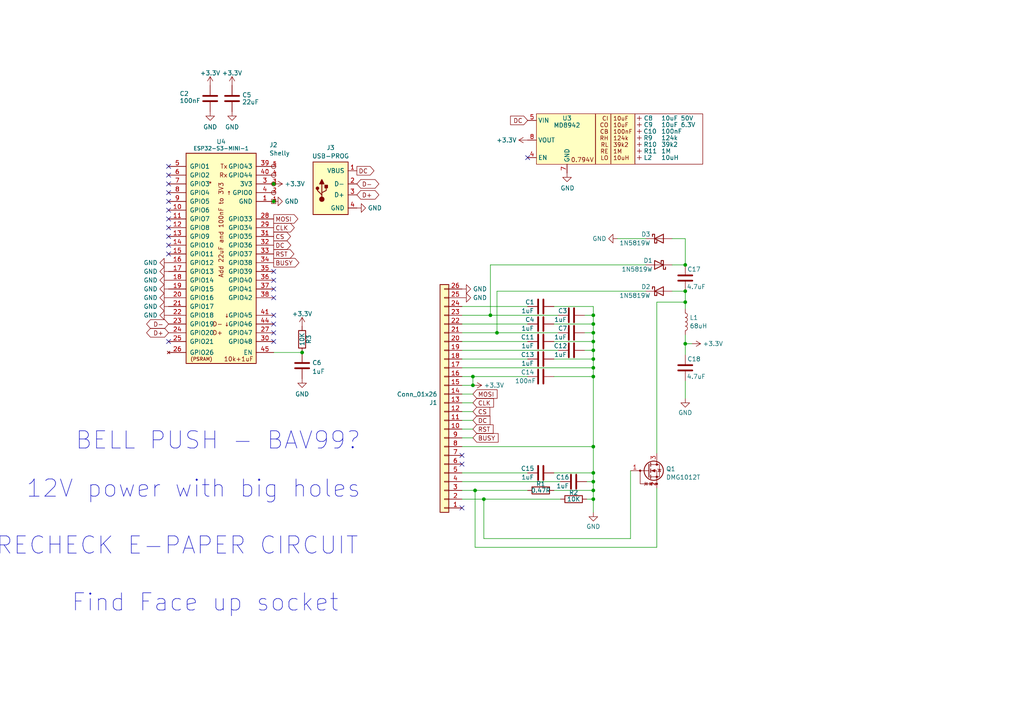
<source format=kicad_sch>
(kicad_sch (version 20230121) (generator eeschema)
  (paper "A4")
  (title_block (title "E-Paper 7.5\"") (rev "1") (comment 1 "@TheRealRevK") (comment 2 "www.me.uk"))
  (lib_symbols
    (symbol "Connector_Generic:Conn_01x26" (pin_names (offset 1.016) hide)
      (property "Reference" "J" (at 0 33.02 0))
      (property "Value" "Conn_01x26" (at 0 -35.56 0))
      (symbol "Conn_01x26_1_1"
        (rectangle (start -1.27 -32.893) (end 0 -33.147) (stroke (width 0.1524)))
        (rectangle (start -1.27 -30.353) (end 0 -30.607) (stroke (width 0.1524)))
        (rectangle (start -1.27 -27.813) (end 0 -28.067) (stroke (width 0.1524)))
        (rectangle (start -1.27 -25.273) (end 0 -25.527) (stroke (width 0.1524)))
        (rectangle (start -1.27 -22.733) (end 0 -22.987) (stroke (width 0.1524)))
        (rectangle (start -1.27 -20.193) (end 0 -20.447) (stroke (width 0.1524)))
        (rectangle (start -1.27 -17.653) (end 0 -17.907) (stroke (width 0.1524)))
        (rectangle (start -1.27 -15.113) (end 0 -15.367) (stroke (width 0.1524)))
        (rectangle (start -1.27 -12.573) (end 0 -12.827) (stroke (width 0.1524)))
        (rectangle (start -1.27 -10.033) (end 0 -10.287) (stroke (width 0.1524)))
        (rectangle (start -1.27 -7.493) (end 0 -7.747) (stroke (width 0.1524)))
        (rectangle (start -1.27 -4.953) (end 0 -5.207) (stroke (width 0.1524)))
        (rectangle (start -1.27 -2.413) (end 0 -2.667) (stroke (width 0.1524)))
        (rectangle (start -1.27 0.127) (end 0 -0.127) (stroke (width 0.1524)))
        (rectangle (start -1.27 2.667) (end 0 2.413) (stroke (width 0.1524)))
        (rectangle (start -1.27 5.207) (end 0 4.953) (stroke (width 0.1524)))
        (rectangle (start -1.27 7.747) (end 0 7.493) (stroke (width 0.1524)))
        (rectangle (start -1.27 10.287) (end 0 10.033) (stroke (width 0.1524)))
        (rectangle (start -1.27 12.827) (end 0 12.573) (stroke (width 0.1524)))
        (rectangle (start -1.27 15.367) (end 0 15.113) (stroke (width 0.1524)))
        (rectangle (start -1.27 17.907) (end 0 17.653) (stroke (width 0.1524)))
        (rectangle (start -1.27 20.447) (end 0 20.193) (stroke (width 0.1524)))
        (rectangle (start -1.27 22.987) (end 0 22.733) (stroke (width 0.1524)))
        (rectangle (start -1.27 25.527) (end 0 25.273) (stroke (width 0.1524)))
        (rectangle (start -1.27 28.067) (end 0 27.813) (stroke (width 0.1524)))
        (rectangle (start -1.27 30.607) (end 0 30.353) (stroke (width 0.1524)))
        (rectangle (start -1.27 31.75) (end 1.27 -34.29) (stroke (width 0.254)) (fill (type background)))
        (pin passive line (at -5.08 30.48 0) (length 3.81) (name "Pin_1") (number "1"))
        (pin passive line (at -5.08 7.62 0) (length 3.81) (name "Pin_10") (number "10"))
        (pin passive line (at -5.08 5.08 0) (length 3.81) (name "Pin_11") (number "11"))
        (pin passive line (at -5.08 2.54 0) (length 3.81) (name "Pin_12") (number "12"))
        (pin passive line (at -5.08 0 0) (length 3.81) (name "Pin_13") (number "13"))
        (pin passive line (at -5.08 -2.54 0) (length 3.81) (name "Pin_14") (number "14"))
        (pin passive line (at -5.08 -5.08 0) (length 3.81) (name "Pin_15") (number "15"))
        (pin passive line (at -5.08 -7.62 0) (length 3.81) (name "Pin_16") (number "16"))
        (pin passive line (at -5.08 -10.16 0) (length 3.81) (name "Pin_17") (number "17"))
        (pin passive line (at -5.08 -12.7 0) (length 3.81) (name "Pin_18") (number "18"))
        (pin passive line (at -5.08 -15.24 0) (length 3.81) (name "Pin_19") (number "19"))
        (pin passive line (at -5.08 27.94 0) (length 3.81) (name "Pin_2") (number "2"))
        (pin passive line (at -5.08 -17.78 0) (length 3.81) (name "Pin_20") (number "20"))
        (pin passive line (at -5.08 -20.32 0) (length 3.81) (name "Pin_21") (number "21"))
        (pin passive line (at -5.08 -22.86 0) (length 3.81) (name "Pin_22") (number "22"))
        (pin passive line (at -5.08 -25.4 0) (length 3.81) (name "Pin_23") (number "23"))
        (pin passive line (at -5.08 -27.94 0) (length 3.81) (name "Pin_24") (number "24"))
        (pin passive line (at -5.08 -30.48 0) (length 3.81) (name "Pin_25") (number "25"))
        (pin passive line (at -5.08 -33.02 0) (length 3.81) (name "Pin_26") (number "26"))
        (pin passive line (at -5.08 25.4 0) (length 3.81) (name "Pin_3") (number "3"))
        (pin passive line (at -5.08 22.86 0) (length 3.81) (name "Pin_4") (number "4"))
        (pin passive line (at -5.08 20.32 0) (length 3.81) (name "Pin_5") (number "5"))
        (pin passive line (at -5.08 17.78 0) (length 3.81) (name "Pin_6") (number "6"))
        (pin passive line (at -5.08 15.24 0) (length 3.81) (name "Pin_7") (number "7"))
        (pin passive line (at -5.08 12.7 0) (length 3.81) (name "Pin_8") (number "8"))
        (pin passive line (at -5.08 10.16 0) (length 3.81) (name "Pin_9") (number "9"))
      )
    )
    (symbol "Device:C" (pin_numbers hide) (pin_names (offset 0.254))
      (property "Reference" "C" (at 0.635 2.54 0))
      (property "Value" "C" (at 0.635 -2.54 0))
      (symbol "C_0_1"
        (polyline (pts (xy -2.032 -0.762) (xy 2.032 -0.762)) (stroke (width 0.508)))
        (polyline (pts (xy -2.032 0.762) (xy 2.032 0.762)) (stroke (width 0.508)))
      )
      (symbol "C_1_1"
        (pin passive line (at 0 3.81 270) (length 2.794) (name "~") (number "1"))
        (pin passive line (at 0 -3.81 90) (length 2.794) (name "~") (number "2"))
      )
    )
    (symbol "Device:L" (pin_numbers hide) (pin_names (offset 1.016) hide)
      (property "Reference" "L" (at -1.27 0 90))
      (property "Value" "L" (at 1.905 0 90))
      (symbol "L_0_1"
        (arc (start 0 -2.54) (mid 0.6323 -1.905) (end 0 -1.27))
        (arc (start 0 -1.27) (mid 0.6323 -0.635) (end 0 0))
        (arc (start 0 0) (mid 0.6323 0.635) (end 0 1.27))
        (arc (start 0 1.27) (mid 0.6323 1.905) (end 0 2.54))
      )
      (symbol "L_1_1"
        (pin passive line (at 0 3.81 270) (length 1.27) (name "1") (number "1"))
        (pin passive line (at 0 -3.81 90) (length 1.27) (name "2") (number "2"))
      )
    )
    (symbol "Device:R" (pin_numbers hide) (pin_names (offset 0))
      (property "Reference" "R" (at 2.032 0 90))
      (property "Value" "R" (at 0 0 90))
      (symbol "R_0_1"
        (rectangle (start -1.016 -2.54) (end 1.016 2.54) (stroke (width 0.254)))
      )
      (symbol "R_1_1"
        (pin passive line (at 0 3.81 270) (length 1.27) (name "~") (number "1"))
        (pin passive line (at 0 -3.81 90) (length 1.27) (name "~") (number "2"))
      )
    )
    (symbol "Diode:1N5819" (pin_numbers hide) (pin_names (offset 1.016) hide)
      (property "Reference" "D" (at 0 2.54 0))
      (property "Value" "1N5819" (at 0 -2.54 0))
      (symbol "1N5819_0_1"
        (polyline (pts (xy 1.27 0) (xy -1.27 0)))
        (polyline (pts (xy 1.27 1.27) (xy 1.27 -1.27) (xy -1.27 0) (xy 1.27 1.27)) (stroke (width 0.254)))
        (polyline (pts (xy -1.905 0.635) (xy -1.905 1.27) (xy -1.27 1.27) (xy -1.27 -1.27) (xy -0.635 -1.27) (xy -0.635 -0.635)) (stroke (width 0.254)))
      )
      (symbol "1N5819_1_1"
        (pin passive line (at -3.81 0 0) (length 2.54) (name "K") (number "1"))
        (pin passive line (at 3.81 0 180) (length 2.54) (name "A") (number "2"))
      )
    )
    (symbol "RevK:ESP32-S3-MINI-1-N4R2" (pin_names (offset 1.016))
      (property "Reference" "U" (at 0 27.94 0))
      (property "Value" "ESP32-S3-MINI-1-N4R2" (at 0 31.115 0))
      (symbol "ESP32-S3-MINI-1-N4R2_0_0"
        (rectangle (start -10.16 30.48) (end 10.16 -30.48) (stroke (width 0.254)) (fill (type background)))
      )
      (symbol "ESP32-S3-MINI-1-N4R2_1_1"
        (text "(PSRAM)" (at -5.715 -29.21 0) (effects (font (size 1 1))))
        (text "*" (at -3.175 21.59 0) (effects (font (size 1.27 1.27))))
        (text "10k+1uF" (at 5.08 -29.21 0) (effects (font (size 1.27 1.27))))
        (text "Add 22uF and 100nF to 3V3" (at 0 8.255 900) (effects (font (size 1.27 1.27))))
        (text "D+" (at -2.54 -21.59 0) (effects (font (size 1.27 1.27)) (justify left)))
        (text "D-" (at -2.54 -19.05 0) (effects (font (size 1.27 1.27)) (justify left)))
        (text "Rx" (at 1.905 24.13 0) (effects (font (size 1.27 1.27)) (justify right)))
        (text "Tx" (at 1.905 26.67 0) (effects (font (size 1.27 1.27)) (justify right)))
        (text "↑" (at 3.175 19.05 0) (effects (font (size 1.27 1.27)) (justify right)))
        (text "↓" (at 2.54 -19.05 0) (effects (font (size 1.27 1.27)) (justify right)))
        (text "↓" (at 2.54 -16.51 0) (effects (font (size 1.27 1.27)) (justify right)))
        (pin power_in line (at 15.24 16.51 180) (length 5.08) (name "GND") (number "1"))
        (pin passive line (at -15.24 13.97 0) (length 5.08) (name "GPIO6") (number "10"))
        (pin passive line (at -15.24 11.43 0) (length 5.08) (name "GPIO7") (number "11"))
        (pin passive line (at -15.24 8.89 0) (length 5.08) (name "GPIO8") (number "12"))
        (pin passive line (at -15.24 6.35 0) (length 5.08) (name "GPIO9") (number "13"))
        (pin passive line (at -15.24 3.81 0) (length 5.08) (name "GPIO10") (number "14"))
        (pin passive line (at -15.24 1.27 0) (length 5.08) (name "GPIO11") (number "15"))
        (pin passive line (at -15.24 -1.27 0) (length 5.08) (name "GPIO12") (number "16"))
        (pin passive line (at -15.24 -3.81 0) (length 5.08) (name "GPIO13") (number "17"))
        (pin passive line (at -15.24 -6.35 0) (length 5.08) (name "GPIO14") (number "18"))
        (pin passive line (at -15.24 -8.89 0) (length 5.08) (name "GPIO15") (number "19"))
        (pin power_in line (at 15.24 16.51 180) (length 5.08) hide (name "GND") (number "2"))
        (pin passive line (at -15.24 -11.43 0) (length 5.08) (name "GPIO16") (number "20"))
        (pin passive line (at -15.24 -13.97 0) (length 5.08) (name "GPIO17") (number "21"))
        (pin passive line (at -15.24 -16.51 0) (length 5.08) (name "GPIO18") (number "22"))
        (pin passive line (at -15.24 -19.05 0) (length 5.08) (name "GPIO19") (number "23"))
        (pin passive line (at -15.24 -21.59 0) (length 5.08) (name "GPIO20") (number "24"))
        (pin passive line (at -15.24 -24.13 0) (length 5.08) (name "GPIO21") (number "25"))
        (pin no_connect line (at -15.24 -27.305 0) (length 5.08) (name "GPIO26") (number "26"))
        (pin passive line (at 15.24 -21.59 180) (length 5.08) (name "GPIO47") (number "27"))
        (pin passive line (at 15.24 11.43 180) (length 5.08) (name "GPIO33") (number "28"))
        (pin passive line (at 15.24 8.89 180) (length 5.08) (name "GPIO34") (number "29"))
        (pin power_in line (at 15.24 21.59 180) (length 5.08) (name "3V3") (number "3"))
        (pin passive line (at 15.24 -24.13 180) (length 5.08) (name "GPIO48") (number "30"))
        (pin passive line (at 15.24 6.35 180) (length 5.08) (name "GPIO35") (number "31"))
        (pin passive line (at 15.24 3.81 180) (length 5.08) (name "GPIO36") (number "32"))
        (pin passive line (at 15.24 1.27 180) (length 5.08) (name "GPIO37") (number "33"))
        (pin passive line (at 15.24 -1.27 180) (length 5.08) (name "GPIO38") (number "34"))
        (pin passive line (at 15.24 -3.81 180) (length 5.08) (name "GPIO39") (number "35"))
        (pin passive line (at 15.24 -6.35 180) (length 5.08) (name "GPIO40") (number "36"))
        (pin passive line (at 15.24 -8.89 180) (length 5.08) (name "GPIO41") (number "37"))
        (pin passive line (at 15.24 -11.43 180) (length 5.08) (name "GPIO42") (number "38"))
        (pin passive line (at 15.24 26.67 180) (length 5.08) (name "GPIO43") (number "39"))
        (pin passive line (at 15.24 19.05 180) (length 5.08) (name "GPIO0") (number "4"))
        (pin passive line (at 15.24 24.13 180) (length 5.08) (name "GPIO44") (number "40"))
        (pin passive line (at 15.24 -16.51 180) (length 5.08) (name "GPIO45") (number "41"))
        (pin power_in line (at 15.24 16.51 180) (length 5.08) hide (name "GND") (number "42"))
        (pin power_in line (at 15.24 16.51 180) (length 5.08) hide (name "GND") (number "43"))
        (pin passive line (at 15.24 -19.05 180) (length 5.08) (name "GPIO46") (number "44"))
        (pin input line (at 15.24 -27.305 180) (length 5.08) (name "EN") (number "45"))
        (pin power_in line (at 15.24 16.51 180) (length 5.08) hide (name "GND") (number "46"))
        (pin power_in line (at 15.24 16.51 180) (length 5.08) hide (name "GND") (number "47"))
        (pin power_in line (at 15.24 16.51 180) (length 5.08) hide (name "GND") (number "48"))
        (pin power_in line (at 15.24 16.51 180) (length 5.08) hide (name "GND") (number "49"))
        (pin passive line (at -15.24 26.67 0) (length 5.08) (name "GPIO1") (number "5"))
        (pin power_in line (at 15.24 16.51 180) (length 5.08) hide (name "GND") (number "50"))
        (pin power_in line (at 15.24 16.51 180) (length 5.08) hide (name "GND") (number "51"))
        (pin power_in line (at 15.24 16.51 180) (length 5.08) hide (name "GND") (number "52"))
        (pin power_in line (at 15.24 16.51 180) (length 5.08) hide (name "GND") (number "53"))
        (pin power_in line (at 15.24 16.51 180) (length 5.08) hide (name "GND") (number "54"))
        (pin power_in line (at 15.24 16.51 180) (length 5.08) hide (name "GND") (number "55"))
        (pin power_in line (at 15.24 16.51 180) (length 5.08) hide (name "GND") (number "56"))
        (pin power_in line (at 15.24 16.51 180) (length 5.08) hide (name "GND") (number "57"))
        (pin power_in line (at 15.24 16.51 180) (length 5.08) hide (name "GND") (number "58"))
        (pin power_in line (at 15.24 16.51 180) (length 5.08) hide (name "GND") (number "59"))
        (pin passive line (at -15.24 24.13 0) (length 5.08) (name "GPIO2") (number "6"))
        (pin power_in line (at 15.24 16.51 180) (length 5.08) hide (name "GND") (number "60"))
        (pin power_in line (at 15.24 16.51 180) (length 5.08) hide (name "GND") (number "61"))
        (pin power_in line (at 15.24 16.51 180) (length 5.08) hide (name "GND") (number "62"))
        (pin power_in line (at 15.24 16.51 180) (length 5.08) hide (name "GND") (number "63"))
        (pin power_in line (at 15.24 16.51 180) (length 5.08) hide (name "GND") (number "64"))
        (pin power_in line (at 15.24 16.51 180) (length 5.08) hide (name "GND") (number "65"))
        (pin passive line (at -15.24 21.59 0) (length 5.08) (name "GPIO3") (number "7"))
        (pin passive line (at -15.24 19.05 0) (length 5.08) (name "GPIO4") (number "8"))
        (pin passive line (at -15.24 16.51 0) (length 5.08) (name "GPIO5") (number "9"))
      )
    )
    (symbol "RevK:Hidden" (pin_names (offset 1.016)) (in_bom no)
      (property "Reference" "Z" (at 0.635 0 0))
      (property "Value" "Hidden" (at 4.445 0 0))
      (symbol "Hidden_0_1"
        (polyline (pts (xy -0.635 0) (xy 0.635 0)) (stroke (width 0.1524)))
        (polyline (pts (xy 0 0.635) (xy 0 -0.635)) (stroke (width 0.1524)))
      )
    )
    (symbol "RevK:MD89420-RegBlock"
      (property "Reference" "U" (at -0.635 4.445 0))
      (property "Value" "MD8942" (at 0 6.35 0))
      (symbol "MD89420-RegBlock_1_1"
        (rectangle (start -8.89 7.62) (end 8.255 -6.985) (fill (type background)))
        (rectangle (start 8.255 7.62) (end 12.7 -6.985) (fill (type background)))
        (rectangle (start 12.7 7.62) (end 19.685 -6.985) (fill (type background)))
        (rectangle (start 19.685 7.62) (end 39.37 -6.985))
        (text "0.794V" (at 4.445 -5.715 0) (effects (font (size 1.27 1.27))))
        (text "10uF\n10uF\n100nF\n124k\n39k2\n1M\n10uH" (at 13.335 6.985 0) (effects (font (size 1.185 1.185)) (justify left top)))
        (text "CI\nCO\nCB\nRH\nRL\nRE\nLO" (at 12.065 6.985 0) (effects (font (size 1.185 1.185)) (justify right top)))
        (pin no_connect line (at 5.715 0 0) (length 2.54) hide (name "") (number "1"))
        (pin power_in line (at 0 -9.525 90) (length 2.54) hide (name "GND") (number "2"))
        (pin no_connect line (at 5.715 1.905 0) (length 2.54) hide (name "") (number "3"))
        (pin input line (at -11.43 -5.08 0) (length 2.54) (name "EN") (number "4"))
        (pin power_in line (at -11.43 5.715 0) (length 2.54) (name "VIN") (number "5"))
        (pin no_connect line (at 5.715 -1.905 0) (length 2.54) hide (name "") (number "6"))
        (pin power_in line (at 0 -9.525 90) (length 2.54) (name "GND") (number "7"))
        (pin power_out line (at -11.43 0 0) (length 2.54) (name "VOUT") (number "8"))
      )
    )
    (symbol "RevK:Shelly" (in_bom no)
      (property "Reference" "J" (at 2.54 -8.255 0))
      (property "Value" "Shelly" (at 2.54 9.525 0))
      (symbol "Shelly_0_1"
        (circle (center 0 -2.54) (radius 0.635) (stroke (width 0.1524)))
        (circle (center 0 0) (radius 0.635) (stroke (width 0.1524)))
        (circle (center 0 2.54) (radius 0.635) (stroke (width 0.1524)))
        (circle (center 0 5.08) (radius 0.635) (stroke (width 0.1524)))
        (rectangle (start 0.635 -5.715) (end -0.635 -4.445) (stroke (width 0.1524)))
      )
      (symbol "Shelly_1_1"
        (pin passive line (at 0 -5.08 0) (length 0.64) (name "GND") (number "1"))
        (pin passive line (at 0 -2.54 0) (length 0.64) (name "0") (number "2"))
        (pin passive line (at 0 0 0) (length 0.64) (name "3V3") (number "3"))
        (pin passive line (at 0 2.54 0) (length 0.64) (name "Rx") (number "4"))
        (pin passive line (at 0 5.08 0) (length 0.64) (name "Tx") (number "5"))
      )
    )
    (symbol "RevK:Si1308EDL" (pin_names (offset 0) hide)
      (property "Reference" "Q" (at 5.08 1.905 0))
      (property "Value" "DMG1012T" (at 5.08 0 0))
      (symbol "Si1308EDL_0_1"
        (polyline (pts (xy 2.54 -3.81) (xy -2.286 -3.81) (xy -2.286 0)))
      )
      (symbol "Si1308EDL_1_1"
        (circle (center -2.286 0) (radius 0.254) (fill (type outline)))
        (polyline (pts (xy 0.254 0) (xy -2.54 0)))
        (polyline (pts (xy 0.254 1.905) (xy 0.254 -1.905)) (stroke (width 0.254)))
        (polyline (pts (xy 0.762 -1.27) (xy 0.762 -2.286)) (stroke (width 0.254)))
        (polyline (pts (xy 0.762 0.508) (xy 0.762 -0.508)) (stroke (width 0.254)))
        (polyline (pts (xy 0.762 2.286) (xy 0.762 1.27)) (stroke (width 0.254)))
        (polyline (pts (xy 2.54 2.54) (xy 2.54 1.778)))
        (polyline (pts (xy 2.54 -2.54) (xy 2.54 0) (xy 0.762 0)))
        (polyline (pts (xy -1.016 -4.318) (xy -0.889 -4.191) (xy -0.889 -3.429) (xy -0.762 -3.302)))
        (polyline (pts (xy -0.889 -3.81) (xy -0.254 -4.191) (xy -0.254 -3.429) (xy -0.889 -3.81)))
        (polyline (pts (xy 0.762 -1.778) (xy 3.302 -1.778) (xy 3.302 1.778) (xy 0.762 1.778)))
        (polyline (pts (xy 1.016 0) (xy 2.032 0.381) (xy 2.032 -0.381) (xy 1.016 0)) (fill (type outline)))
        (polyline (pts (xy 1.143 -3.81) (xy 0.508 -3.429) (xy 0.508 -4.191) (xy 1.143 -3.81)))
        (polyline (pts (xy 1.27 -3.302) (xy 1.143 -3.429) (xy 1.143 -4.191) (xy 1.016 -4.318)))
        (polyline (pts (xy 2.794 0.508) (xy 2.921 0.381) (xy 3.683 0.381) (xy 3.81 0.254)))
        (polyline (pts (xy 3.302 0.381) (xy 2.921 -0.254) (xy 3.683 -0.254) (xy 3.302 0.381)))
        (circle (center 1.651 0) (radius 2.794) (stroke (width 0.254)))
        (circle (center 2.54 -3.81) (radius 0.254) (fill (type outline)))
        (circle (center 2.54 -1.778) (radius 0.254) (fill (type outline)))
        (circle (center 2.54 1.778) (radius 0.254) (fill (type outline)))
        (pin input line (at -5.08 0 0) (length 2.54) (name "G") (number "1"))
        (pin passive line (at 2.54 -5.08 90) (length 2.54) (name "S") (number "2"))
        (pin passive line (at 2.54 5.08 270) (length 2.54) (name "D") (number "3"))
      )
    )
    (symbol "RevK:USB-PROG" (pin_names (offset 1.016)) (in_bom no)
      (property "Reference" "J" (at -5.08 11.43 0))
      (property "Value" "USB-PROG" (at -5.08 8.89 0))
      (symbol "USB-PROG_0_1"
        (rectangle (start -5.08 -7.62) (end 5.08 7.62) (stroke (width 0.254)) (fill (type background)))
        (circle (center -3.81 0) (radius 0.381) (stroke (width 0.254)) (fill (type outline)))
        (circle (center -2.54 -3.175) (radius 0.635) (stroke (width 0.254)) (fill (type outline)))
        (rectangle (start -1.651 0.889) (end -0.889 0.127) (stroke (width 0.254)) (fill (type outline)))
        (polyline (pts (xy -3.175 1.27) (xy -1.905 1.27) (xy -2.54 2.54) (xy -3.175 1.27)) (stroke (width 0.254)) (fill (type outline)))
        (polyline (pts (xy -2.54 -2.54) (xy -2.54 -1.905) (xy -3.81 -0.635) (xy -3.81 0)) (stroke (width 0.254)))
        (polyline (pts (xy -2.54 -1.905) (xy -2.54 -1.27) (xy -1.27 -0.635) (xy -1.27 0.635)) (stroke (width 0.254)))
      )
      (symbol "USB-PROG_1_1"
        (polyline (pts (xy -2.54 -1.27) (xy -2.54 1.27)) (stroke (width 0.254)))
        (pin power_out line (at 7.62 5.08 180) (length 2.54) (name "VBUS") (number "1"))
        (pin bidirectional line (at 7.62 1.27 180) (length 2.54) (name "D-") (number "2"))
        (pin bidirectional line (at 7.62 -1.905 180) (length 2.54) (name "D+") (number "3"))
        (pin power_out line (at 7.62 -5.715 180) (length 2.54) (name "GND") (number "4"))
      )
    )
    (symbol "power:+3.3V" (power) (pin_names (offset 0))
      (property "Value" "+3.3V" (at 0 3.556 0))
      (symbol "+3.3V_0_1"
        (polyline (pts (xy -0.762 1.27) (xy 0 2.54)))
        (polyline (pts (xy 0 0) (xy 0 2.54)))
        (polyline (pts (xy 0 2.54) (xy 0.762 1.27)))
      )
      (symbol "+3.3V_1_1"
        (pin power_in line (at 0 0 90) (length 0) hide (name "+3.3V") (number "1"))
      )
    )
    (symbol "power:GND" (power) (pin_names (offset 0))
      (property "Value" "GND" (at 0 -3.81 0))
      (symbol "GND_0_1"
        (polyline (pts (xy 0 0) (xy 0 -1.27) (xy 1.27 -1.27) (xy 0 -2.54) (xy -1.27 -1.27) (xy 0 -1.27)))
      )
      (symbol "GND_1_1"
        (pin power_in line (at 0 0 270) (length 0) hide (name "GND") (number "1"))
      )
    )
  )
  (junction (at 172.085 142.24))
  (junction (at 87.63 102.235))
  (junction (at 172.085 104.14))
  (junction (at 198.755 87.63))
  (junction (at 137.795 142.24))
  (junction (at 172.085 129.54))
  (junction (at 172.085 139.7))
  (junction (at 142.24 91.44))
  (junction (at 198.755 76.835))
  (junction (at 144.145 96.52))
  (junction (at 79.375 53.34))
  (junction (at 198.755 84.455))
  (junction (at 172.085 91.44))
  (junction (at 172.085 137.16))
  (junction (at 79.375 58.42))
  (junction (at 172.085 99.06))
  (junction (at 172.085 109.22))
  (junction (at 172.085 106.68))
  (junction (at 137.16 111.76))
  (junction (at 140.335 144.78))
  (junction (at 172.085 101.6))
  (junction (at 172.085 144.78))
  (junction (at 198.755 99.695))
  (junction (at 137.16 109.22))
  (junction (at 172.085 96.52))
  (junction (at 172.085 93.98))
  (no_connect (at 79.375 78.74))
  (no_connect (at 48.895 55.88))
  (no_connect (at 48.895 63.5))
  (no_connect (at 133.985 132.08))
  (no_connect (at 48.895 60.96))
  (no_connect (at 79.375 91.44))
  (no_connect (at 79.375 99.06))
  (no_connect (at 79.375 96.52))
  (no_connect (at 48.895 58.42))
  (no_connect (at 153.035 45.72))
  (no_connect (at 48.895 50.8))
  (no_connect (at 48.895 53.34))
  (no_connect (at 48.895 71.12))
  (no_connect (at 48.895 48.26))
  (no_connect (at 48.895 66.04))
  (no_connect (at 79.375 86.36))
  (no_connect (at 133.985 147.32))
  (no_connect (at 48.895 68.58))
  (no_connect (at 79.375 83.82))
  (no_connect (at 133.985 134.62))
  (no_connect (at 48.895 99.06))
  (no_connect (at 79.375 93.98))
  (no_connect (at 79.375 81.28))
  (no_connect (at 48.895 73.66))
  (wire (pts (xy 160.655 109.22) (xy 172.085 109.22)))
  (wire (pts (xy 142.24 91.44) (xy 161.925 91.44)))
  (wire (pts (xy 198.755 99.695) (xy 200.66 99.695)))
  (wire (pts (xy 133.985 121.92) (xy 137.16 121.92)))
  (wire (pts (xy 133.985 142.24) (xy 137.795 142.24)))
  (wire (pts (xy 140.335 144.78) (xy 140.335 156.21)))
  (wire (pts (xy 133.985 111.76) (xy 137.16 111.76)))
  (wire (pts (xy 137.795 142.24) (xy 137.795 158.75)))
  (wire (pts (xy 137.795 142.24) (xy 153.035 142.24)))
  (wire (pts (xy 133.985 119.38) (xy 137.16 119.38)))
  (wire (pts (xy 133.985 93.98) (xy 153.035 93.98)))
  (wire (pts (xy 172.085 129.54) (xy 172.085 109.22)))
  (wire (pts (xy 169.545 101.6) (xy 172.085 101.6)))
  (wire (pts (xy 172.085 104.14) (xy 172.085 106.68)))
  (wire (pts (xy 133.985 91.44) (xy 142.24 91.44)))
  (wire (pts (xy 172.085 99.06) (xy 172.085 96.52)))
  (wire (pts (xy 169.545 96.52) (xy 172.085 96.52)))
  (wire (pts (xy 172.085 109.22) (xy 172.085 106.68)))
  (wire (pts (xy 133.985 114.3) (xy 137.16 114.3)))
  (wire (pts (xy 133.985 109.22) (xy 137.16 109.22)))
  (wire (pts (xy 137.795 158.75) (xy 190.5 158.75)))
  (wire (pts (xy 133.985 116.84) (xy 137.16 116.84)))
  (wire (pts (xy 133.985 124.46) (xy 137.16 124.46)))
  (wire (pts (xy 172.085 88.9) (xy 160.655 88.9)))
  (wire (pts (xy 144.145 96.52) (xy 144.145 84.455)))
  (wire (pts (xy 194.945 76.835) (xy 198.755 76.835)))
  (wire (pts (xy 198.755 87.63) (xy 198.755 89.535)))
  (wire (pts (xy 133.985 137.16) (xy 153.035 137.16)))
  (wire (pts (xy 160.655 142.24) (xy 172.085 142.24)))
  (wire (pts (xy 172.085 101.6) (xy 172.085 99.06)))
  (wire (pts (xy 190.5 141.605) (xy 190.5 158.75)))
  (wire (pts (xy 133.985 96.52) (xy 144.145 96.52)))
  (wire (pts (xy 172.085 144.78) (xy 172.085 142.24)))
  (wire (pts (xy 182.88 136.525) (xy 182.88 156.21)))
  (wire (pts (xy 140.335 156.21) (xy 182.88 156.21)))
  (wire (pts (xy 133.985 139.7) (xy 162.56 139.7)))
  (wire (pts (xy 172.085 137.16) (xy 160.655 137.16)))
  (wire (pts (xy 133.985 88.9) (xy 153.035 88.9)))
  (wire (pts (xy 144.145 84.455) (xy 187.325 84.455)))
  (wire (pts (xy 160.655 99.06) (xy 172.085 99.06)))
  (wire (pts (xy 172.085 91.44) (xy 172.085 88.9)))
  (wire (pts (xy 79.375 102.235) (xy 87.63 102.235)))
  (wire (pts (xy 198.755 110.49) (xy 198.755 115.57)))
  (wire (pts (xy 194.945 69.215) (xy 198.755 69.215)))
  (wire (pts (xy 144.145 96.52) (xy 161.925 96.52)))
  (wire (pts (xy 142.24 76.835) (xy 187.325 76.835)))
  (wire (pts (xy 198.755 87.63) (xy 190.5 87.63)))
  (wire (pts (xy 198.755 99.695) (xy 198.755 102.87)))
  (wire (pts (xy 179.07 69.215) (xy 187.325 69.215)))
  (wire (pts (xy 172.085 139.7) (xy 170.18 139.7)))
  (wire (pts (xy 170.18 144.78) (xy 172.085 144.78)))
  (wire (pts (xy 133.985 99.06) (xy 153.035 99.06)))
  (wire (pts (xy 172.085 93.98) (xy 172.085 91.44)))
  (wire (pts (xy 172.085 142.24) (xy 172.085 139.7)))
  (wire (pts (xy 137.16 109.22) (xy 153.035 109.22)))
  (wire (pts (xy 172.085 96.52) (xy 172.085 93.98)))
  (wire (pts (xy 169.545 91.44) (xy 172.085 91.44)))
  (wire (pts (xy 198.755 69.215) (xy 198.755 76.835)))
  (wire (pts (xy 160.655 104.14) (xy 172.085 104.14)))
  (wire (pts (xy 194.945 84.455) (xy 198.755 84.455)))
  (wire (pts (xy 142.24 91.44) (xy 142.24 76.835)))
  (wire (pts (xy 160.655 93.98) (xy 172.085 93.98)))
  (wire (pts (xy 133.985 129.54) (xy 172.085 129.54)))
  (wire (pts (xy 172.085 144.78) (xy 172.085 148.59)))
  (wire (pts (xy 172.085 129.54) (xy 172.085 137.16)))
  (wire (pts (xy 172.085 137.16) (xy 172.085 139.7)))
  (wire (pts (xy 140.335 144.78) (xy 162.56 144.78)))
  (wire (pts (xy 133.985 106.68) (xy 172.085 106.68)))
  (wire (pts (xy 133.985 127) (xy 137.16 127)))
  (wire (pts (xy 133.985 101.6) (xy 161.925 101.6)))
  (wire (pts (xy 133.985 104.14) (xy 153.035 104.14)))
  (wire (pts (xy 172.085 101.6) (xy 172.085 104.14)))
  (wire (pts (xy 198.755 97.155) (xy 198.755 99.695)))
  (wire (pts (xy 198.755 84.455) (xy 198.755 87.63)))
  (wire (pts (xy 133.985 144.78) (xy 140.335 144.78)))
  (wire (pts (xy 190.5 87.63) (xy 190.5 131.445)))
  (wire (pts (xy 137.16 109.22) (xy 137.16 111.76)))
  (text "12V power with big holes" (at 104.775 144.78 0) (effects (font (size 5 5)) (justify right bottom)))
  (text "RECHECK E-PAPER CIRCUIT" (at 104.14 161.29 0) (effects (font (size 5 5)) (justify right bottom)))
  (text "Find Face up socket" (at 98.425 177.8 0) (effects (font (size 5 5)) (justify right bottom)))
  (text "BELL PUSH - BAV99?" (at 104.775 130.81 0) (effects (font (size 5 5)) (justify right bottom)))
  (global_label "CLK" (shape input) (at 137.16 116.84 0) (property "Intersheetrefs" "${INTERSHEET_REFS}" (effects hide)))
  (global_label "MOSI" (shape output) (at 79.375 63.5 0) (property "Intersheetrefs" "${INTERSHEET_REFS}" (effects hide)))
  (global_label "DC" (shape output) (at 103.505 49.53 0) (property "Intersheetrefs" "${INTERSHEET_REFS}" (effects hide)))
  (global_label "BUSY" (shape output) (at 79.375 76.2 0) (property "Intersheetrefs" "${INTERSHEET_REFS}" (effects hide)))
  (global_label "DC" (shape input) (at 153.035 34.925 180) (property "Intersheetrefs" "${INTERSHEET_REFS}" (effects hide)))
  (global_label "BUSY" (shape input) (at 137.16 127 0) (property "Intersheetrefs" "${INTERSHEET_REFS}" (effects hide)))
  (global_label "DC" (shape output) (at 79.375 71.12 0) (property "Intersheetrefs" "${INTERSHEET_REFS}" (effects hide)))
  (global_label "CS" (shape input) (at 137.16 119.38 0) (property "Intersheetrefs" "${INTERSHEET_REFS}" (effects hide)))
  (global_label "D+" (shape bidirectional) (at 48.895 96.52 180) (property "Intersheetrefs" "${INTERSHEET_REFS}" (effects hide)))
  (global_label "RST" (shape output) (at 79.375 73.66 0) (property "Intersheetrefs" "${INTERSHEET_REFS}" (effects hide)))
  (global_label "CS" (shape output) (at 79.375 68.58 0) (property "Intersheetrefs" "${INTERSHEET_REFS}" (effects hide)))
  (global_label "D-" (shape bidirectional) (at 48.895 93.98 180) (property "Intersheetrefs" "${INTERSHEET_REFS}" (effects hide)))
  (global_label "MOSI" (shape input) (at 137.16 114.3 0) (property "Intersheetrefs" "${INTERSHEET_REFS}" (effects hide)))
  (global_label "D+" (shape bidirectional) (at 103.505 56.515 0) (property "Intersheetrefs" "${INTERSHEET_REFS}" (effects hide)))
  (global_label "CLK" (shape output) (at 79.375 66.04 0) (property "Intersheetrefs" "${INTERSHEET_REFS}" (effects hide)))
  (global_label "D-" (shape bidirectional) (at 103.505 53.34 0) (property "Intersheetrefs" "${INTERSHEET_REFS}" (effects hide)))
  (global_label "DC" (shape input) (at 137.16 121.92 0) (property "Intersheetrefs" "${INTERSHEET_REFS}" (effects hide)))
  (global_label "RST" (shape input) (at 137.16 124.46 0) (property "Intersheetrefs" "${INTERSHEET_REFS}" (effects hide)))
  (symbol (lib_id "RevK:Shelly") (at 79.375 53.34 0) (unit 1) (in_bom no)
    (property "Reference" "J2" (at 78.105 42.0258 0) (effects (justify left)))
    (property "Value" "Shelly" (at 78.105 44.45 0) (effects (justify left)))
    (property "Footprint" "RevK:Shelly" (effects hide))
  )
  (symbol (lib_id "RevK:Si1308EDL") (at 187.96 136.525 0) (unit 1)
    (property "Reference" "Q1" (at 193.167 136.0114 0) (effects (justify left)))
    (property "Value" "DMG1012T" (at 193.167 138.4356 0) (effects (justify left)))
    (property "Footprint" "RevK:SOT-323_SC-70-3" (effects hide))
    (property "LCSC Part #" "C469327" (effects hide))
  )
  (symbol (lib_id "RevK:Hidden") (at 185.42 38.1 90) (unit 1)
    (property "Reference" "C10" (at 190.5 38.1 90) (effects (justify left)))
    (property "Value" "100nF" (at 191.77 38.1 90) (effects (justify right)))
    (property "Footprint" "RevK:C_0603_" (effects hide))
  )
  (symbol (lib_id "Device:C") (at 165.735 91.44 90) (unit 1)
    (property "Reference" "C3" (at 163.195 90.17 90))
    (property "Value" "1uF" (at 162.56 92.71 90))
    (property "Footprint" "RevK:C_0402" (effects hide))
  )
  (symbol (lib_id "Device:C") (at 156.845 137.16 90) (unit 1)
    (property "Reference" "C15" (at 153.035 135.89 90))
    (property "Value" "1uF" (at 153.035 138.43 90))
    (property "Footprint" "RevK:C_0402" (effects hide))
  )
  (symbol (lib_id "power:+3.3V") (at 87.63 94.615 0) (unit 1)
    (property "Reference" "#PWR014" (effects hide))
    (property "Value" "+3.3V" (at 87.63 91.0392 0))
  )
  (symbol (lib_id "Diode:1N5819") (at 191.135 76.835 180) (unit 1)
    (property "Reference" "D1" (at 187.96 75.565 0))
    (property "Value" "1N5819W" (at 184.785 78.105 0))
    (property "Footprint" "RevK:D_SOD-123" (effects hide))
    (property "LCSC Part #" "C2905650" (effects hide))
  )
  (symbol (lib_id "power:GND") (at 172.085 148.59 0) (unit 1)
    (property "Reference" "#PWR09" (effects hide))
    (property "Value" "GND" (at 172.085 152.7231 0))
  )
  (symbol (lib_id "power:GND") (at 48.895 81.28 270) (unit 1)
    (property "Reference" "#PWR019" (effects hide))
    (property "Value" "GND" (at 45.7201 81.28 90) (effects (justify right)))
  )
  (symbol (lib_id "Diode:1N5819") (at 191.135 69.215 0) (unit 1)
    (property "Reference" "D3" (at 187.325 67.945 0))
    (property "Value" "1N5819W" (at 184.15 70.485 0))
    (property "Footprint" "RevK:D_SOD-123" (effects hide))
    (property "LCSC Part #" "C2905650" (effects hide))
  )
  (symbol (lib_id "power:GND") (at 48.895 76.2 270) (unit 1)
    (property "Reference" "#PWR021" (effects hide))
    (property "Value" "GND" (at 45.7201 76.2 90) (effects (justify right)))
  )
  (symbol (lib_id "Device:R") (at 166.37 144.78 90) (unit 1)
    (property "Reference" "R2" (at 166.37 142.875 90))
    (property "Value" "10K" (at 166.37 144.78 90))
    (property "Footprint" "RevK:R_0402" (effects hide))
  )
  (symbol (lib_id "RevK:USB-PROG") (at 95.885 54.61 0) (unit 1) (in_bom no)
    (property "Reference" "J3" (at 95.885 42.8457 0))
    (property "Value" "USB-PROG" (at 95.885 45.2699 0))
    (property "Footprint" "RevK:USB-PROG" (effects hide))
    (property "Datasheet" " ~" (effects hide))
  )
  (symbol (lib_id "power:GND") (at 67.31 32.385 0) (unit 1)
    (property "Reference" "#PWR011" (effects hide))
    (property "Value" "GND" (at 67.31 36.8284 0))
  )
  (symbol (lib_id "Device:C") (at 165.735 96.52 90) (unit 1)
    (property "Reference" "C7" (at 163.195 95.25 90))
    (property "Value" "1uF" (at 162.56 97.79 90))
    (property "Footprint" "RevK:C_0402" (effects hide))
  )
  (symbol (lib_id "power:GND") (at 133.985 86.36 90) (unit 1)
    (property "Reference" "#PWR03" (effects hide))
    (property "Value" "GND" (at 137.1599 86.36 90) (effects (justify right)))
  )
  (symbol (lib_id "power:GND") (at 87.63 109.855 0) (unit 1)
    (property "Reference" "#PWR015" (effects hide))
    (property "Value" "GND" (at 87.63 114.2984 0))
  )
  (symbol (lib_id "Device:C") (at 156.845 93.98 90) (unit 1)
    (property "Reference" "C4" (at 153.67 92.71 90))
    (property "Value" "1uF" (at 153.035 95.25 90))
    (property "Footprint" "RevK:C_0402" (effects hide))
  )
  (symbol (lib_id "power:+3.3V") (at 79.375 53.34 270) (unit 1)
    (property "Reference" "#PWR012" (effects hide))
    (property "Value" "+3.3V" (at 82.55 53.34 90) (effects (justify left)))
  )
  (symbol (lib_id "RevK:Hidden") (at 185.42 40.005 0) (unit 1)
    (property "Reference" "R9" (at 187.96 40.005 0))
    (property "Value" "124k" (at 191.77 40.005 0) (effects (justify left)))
    (property "Footprint" "RevK:R_0402_" (effects hide))
  )
  (symbol (lib_id "power:GND") (at 79.375 58.42 90) (unit 1)
    (property "Reference" "#PWR013" (effects hide))
    (property "Value" "GND" (at 82.55 58.42 90) (effects (justify right)))
  )
  (symbol (lib_id "power:GND") (at 133.985 83.82 90) (unit 1)
    (property "Reference" "#PWR08" (effects hide))
    (property "Value" "GND" (at 137.1599 83.82 90) (effects (justify right)))
  )
  (symbol (lib_id "Device:C") (at 156.845 109.22 90) (unit 1)
    (property "Reference" "C14" (at 153.035 107.95 90))
    (property "Value" "100nF" (at 152.4 110.49 90))
    (property "Footprint" "RevK:C_0402" (effects hide))
  )
  (symbol (lib_id "Device:C") (at 67.31 28.575 0) (unit 1)
    (property "Reference" "C5" (at 70.231 27.551 0) (effects (justify left)))
    (property "Value" "22uF" (at 70.231 29.599 0) (effects (justify left)))
    (property "Footprint" "RevK:C_0603" (effects hide))
  )
  (symbol (lib_id "Device:C") (at 156.845 104.14 90) (unit 1)
    (property "Reference" "C13" (at 153.035 102.87 90))
    (property "Value" "1uF" (at 153.035 105.41 90))
    (property "Footprint" "RevK:C_0402" (effects hide))
  )
  (symbol (lib_id "power:GND") (at 48.895 88.9 270) (unit 1)
    (property "Reference" "#PWR010" (effects hide))
    (property "Value" "GND" (at 45.7201 88.9 90) (effects (justify right)))
  )
  (symbol (lib_id "power:GND") (at 48.895 86.36 270) (unit 1)
    (property "Reference" "#PWR07" (effects hide))
    (property "Value" "GND" (at 45.7201 86.36 90) (effects (justify right)))
  )
  (symbol (lib_id "Device:C") (at 198.755 80.645 180) (unit 1)
    (property "Reference" "C17" (at 201.295 78.105 0))
    (property "Value" "4.7uF" (at 201.93 83.185 0))
    (property "Footprint" "RevK:C_0402" (effects hide))
  )
  (symbol (lib_id "Device:C") (at 165.735 101.6 90) (unit 1)
    (property "Reference" "C12" (at 162.56 100.33 90))
    (property "Value" "1uF" (at 162.56 102.87 90))
    (property "Footprint" "RevK:C_0402" (effects hide))
  )
  (symbol (lib_id "RevK:MD89420-RegBlock") (at 164.465 40.64 0) (unit 1)
    (property "Reference" "U3" (at 164.465 34.29 0))
    (property "Value" "MD8942" (at 164.465 36.338 0))
    (property "Footprint" "RevK:SOT-23-6-MD8942" (effects hide))
    (property "Datasheet" "https://datasheet.lcsc.com/lcsc/2101111937_Shanghai-Mingda-Microelectronics-MD8942_C2684786.pdf" (effects hide))
    (property "LCSC Part #" "C2684786" (effects hide))
  )
  (symbol (lib_id "RevK:Hidden") (at 185.42 41.91 270) (unit 1)
    (property "Reference" "R10" (at 188.595 41.91 90))
    (property "Value" "39k2" (at 191.77 41.91 90) (effects (justify left)))
    (property "Footprint" "RevK:R_0402_" (effects hide))
  )
  (symbol (lib_id "power:GND") (at 48.895 83.82 270) (unit 1)
    (property "Reference" "#PWR020" (effects hide))
    (property "Value" "GND" (at 45.7201 83.82 90) (effects (justify right)))
  )
  (symbol (lib_id "RevK:Hidden") (at 185.42 45.72 90) (unit 1)
    (property "Reference" "L2" (at 186.69 45.72 90) (effects (justify right)))
    (property "Value" "10uH" (at 191.77 45.72 90) (effects (justify right)))
    (property "Footprint" "RevK:L_4x4_" (effects hide))
  )
  (symbol (lib_id "power:GND") (at 60.96 32.385 0) (unit 1)
    (property "Reference" "#PWR05" (effects hide))
    (property "Value" "GND" (at 60.96 36.8284 0))
  )
  (symbol (lib_id "Device:C") (at 156.845 99.06 90) (unit 1)
    (property "Reference" "C11" (at 153.035 97.79 90))
    (property "Value" "1uF" (at 153.035 100.33 90))
    (property "Footprint" "RevK:C_0402" (effects hide))
  )
  (symbol (lib_id "power:GND") (at 164.465 50.165 0) (unit 1)
    (property "Reference" "#PWR02" (effects hide))
    (property "Value" "GND" (at 164.592 54.5592 0))
  )
  (symbol (lib_id "Device:R") (at 156.845 142.24 90) (unit 1)
    (property "Reference" "R1" (at 156.845 140.335 90))
    (property "Value" "0.47R" (at 156.845 142.24 90))
    (property "Footprint" "RevK:R_0402" (effects hide))
  )
  (symbol (lib_id "RevK:Hidden") (at 185.42 36.195 0) (unit 1)
    (property "Reference" "C9" (at 186.69 36.195 0) (effects (justify left)))
    (property "Value" "10uF 6.3V" (at 191.77 36.195 0) (effects (justify left)))
    (property "Footprint" "RevK:C_0603_" (effects hide))
    (property "LCSC Part #" "C1691" (effects hide))
  )
  (symbol (lib_id "power:+3.3V") (at 200.66 99.695 270) (unit 1)
    (property "Reference" "#PWR024" (effects hide))
    (property "Value" "+3.3V" (at 203.835 99.695 90) (effects (justify left)))
  )
  (symbol (lib_id "Device:L") (at 198.755 93.345 0) (unit 1)
    (property "Reference" "L1" (at 200.0222 92.1329 0) (effects (justify left)))
    (property "Value" "68uH" (at 200.0222 94.5571 0) (effects (justify left)))
    (property "Footprint" "RevK:L_0805" (effects hide))
    (property "LCSC Part #" "C275376" (effects hide))
  )
  (symbol (lib_id "power:+3.3V") (at 67.31 24.765 0) (unit 1)
    (property "Reference" "#PWR06" (effects hide))
    (property "Value" "+3.3V" (at 67.31 21.1892 0))
  )
  (symbol (lib_id "power:+3.3V") (at 153.035 40.64 90) (unit 1)
    (property "Reference" "#PWR01" (effects hide))
    (property "Value" "+3.3V" (at 149.86 40.64 90) (effects (justify left)))
  )
  (symbol (lib_id "RevK:Hidden") (at 185.42 34.29 0) (unit 1)
    (property "Reference" "C8" (at 186.69 34.29 0) (effects (justify left)))
    (property "Value" "10uF 50V" (at 191.77 34.29 0) (effects (justify left)))
    (property "Footprint" "RevK:C_0603_" (effects hide))
    (property "LCSC Part #" "C1591" (effects hide))
  )
  (symbol (lib_id "power:+3.3V") (at 137.16 111.76 270) (unit 1)
    (property "Reference" "#PWR022" (effects hide))
    (property "Value" "+3.3V" (at 140.335 111.76 90) (effects (justify left)))
  )
  (symbol (lib_id "Device:C") (at 156.845 88.9 90) (unit 1)
    (property "Reference" "C1" (at 153.67 87.63 90))
    (property "Value" "1uF" (at 153.035 90.17 90))
    (property "Footprint" "RevK:C_0402" (effects hide))
  )
  (symbol (lib_id "Device:C") (at 166.37 139.7 90) (unit 1)
    (property "Reference" "C16" (at 163.195 138.43 90))
    (property "Value" "1uF" (at 163.195 140.97 90))
    (property "Footprint" "RevK:C_0402" (effects hide))
  )
  (symbol (lib_id "Diode:1N5819") (at 191.135 84.455 0) (unit 1)
    (property "Reference" "D2" (at 187.325 83.185 0))
    (property "Value" "1N5819W" (at 184.15 85.725 0))
    (property "Footprint" "RevK:D_SOD-123" (effects hide))
    (property "LCSC Part #" "C2905650" (effects hide))
  )
  (symbol (lib_id "power:GND") (at 48.895 91.44 270) (unit 1)
    (property "Reference" "#PWR017" (effects hide))
    (property "Value" "GND" (at 45.7201 91.44 90) (effects (justify right)))
  )
  (symbol (lib_id "RevK:Hidden") (at 185.42 43.815 0) (unit 1)
    (property "Reference" "R11" (at 186.69 43.815 0) (effects (justify left)))
    (property "Value" "1M" (at 191.77 43.815 0) (effects (justify left)))
    (property "Footprint" "RevK:R_0402_" (effects hide))
  )
  (symbol (lib_id "Device:C") (at 87.63 106.045 0) (unit 1)
    (property "Reference" "C6" (at 90.551 105.2103 0) (effects (justify left)))
    (property "Value" "1uF" (at 90.551 107.7472 0) (effects (justify left)))
    (property "Footprint" "RevK:C_0402" (effects hide))
  )
  (symbol (lib_id "Connector_Generic:Conn_01x26") (at 128.905 116.84 180) (unit 1)
    (property "Reference" "J1" (at 126.873 116.7821 0) (effects (justify left)))
    (property "Value" "Conn_01x26" (at 126.873 114.3579 0) (effects (justify left)))
    (property "Footprint" "RevK:HRS-FH12-24S-0.5SH-Face-Down" (effects hide))
    (property "LCSC Part #" "C202112" (effects hide))
  )
  (symbol (lib_id "Device:R") (at 87.63 98.425 0) (unit 1)
    (property "Reference" "R3" (at 89.535 98.425 90))
    (property "Value" "10K" (at 87.63 98.425 90))
    (property "Footprint" "RevK:R_0402" (effects hide))
  )
  (symbol (lib_id "Device:C") (at 60.96 28.575 0) (unit 1)
    (property "Reference" "C2" (at 52.07 27.162 0) (effects (justify left)))
    (property "Value" "100nF" (at 52.07 29.21 0) (effects (justify left)))
    (property "Footprint" "RevK:C_0402" (effects hide))
  )
  (symbol (lib_id "RevK:ESP32-S3-MINI-1-N4R2") (at 64.135 74.93 0) (unit 1)
    (property "Reference" "U4" (at 64.135 41.0932 0))
    (property "Value" "ESP32-S3-MINI-1" (at 64.135 43.0296 0) (effects (font (size 1.1 1.1))))
    (property "Footprint" "RevK:ESP32-S3-MINI-1" (effects hide))
    (property "Datasheet" "https://www.espressif.com/sites/default/files/documentation/esp32-s3-mini-1_mini-1u_datasheet_en.pdf" (effects hide))
    (property "LCSC Part #" "C3013941" (effects hide))
  )
  (symbol (lib_id "power:GND") (at 198.755 115.57 0) (unit 1)
    (property "Reference" "#PWR025" (effects hide))
    (property "Value" "GND" (at 198.755 119.7031 0))
  )
  (symbol (lib_id "power:+3.3V") (at 60.96 24.765 0) (unit 1)
    (property "Reference" "#PWR04" (effects hide))
    (property "Value" "+3.3V" (at 60.96 21.1892 0))
  )
  (symbol (lib_id "power:GND") (at 179.07 69.215 270) (unit 1)
    (property "Reference" "#PWR023" (effects hide))
    (property "Value" "GND" (at 175.8951 69.215 90) (effects (justify right)))
  )
  (symbol (lib_id "power:GND") (at 103.505 60.325 90) (unit 1)
    (property "Reference" "#PWR016" (effects hide))
    (property "Value" "GND" (at 106.68 60.325 90) (effects (justify right)))
  )
  (symbol (lib_id "Device:C") (at 198.755 106.68 180) (unit 1)
    (property "Reference" "C18" (at 201.295 104.14 0))
    (property "Value" "4.7uF" (at 201.93 109.22 0))
    (property "Footprint" "RevK:C_0402" (effects hide))
  )
  (symbol (lib_id "power:GND") (at 48.895 78.74 270) (unit 1)
    (property "Reference" "#PWR018" (effects hide))
    (property "Value" "GND" (at 45.7201 78.74 90) (effects (justify right)))
  )
)
</source>
